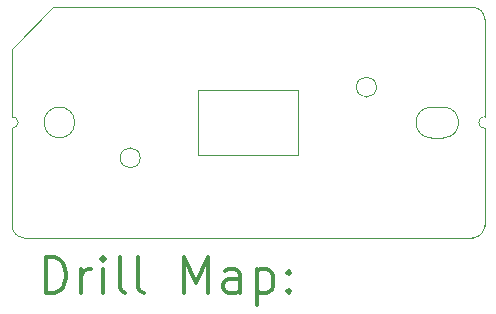
<source format=gbr>
%FSLAX45Y45*%
G04 Gerber Fmt 4.5, Leading zero omitted, Abs format (unit mm)*
G04 Created by KiCad (PCBNEW 5.1.9-73d0e3b20d~88~ubuntu20.04.1) date 2021-02-03 01:27:32*
%MOMM*%
%LPD*%
G01*
G04 APERTURE LIST*
%TA.AperFunction,Profile*%
%ADD10C,0.050000*%
%TD*%
%ADD11C,0.200000*%
%ADD12C,0.300000*%
G04 APERTURE END LIST*
D10*
X14400000Y-7420000D02*
X14400000Y-6960000D01*
X14400000Y-6280000D02*
X14400000Y-5820000D01*
X10400000Y-6910000D02*
X10400000Y-7370000D01*
X10400000Y-7370000D02*
X10400000Y-7490000D01*
X14400000Y-7490000D02*
X14400000Y-7420000D01*
X14400000Y-5820000D02*
X14400000Y-5740000D01*
X10400000Y-6565000D02*
G75*
G02*
X10400000Y-6665000I0J-50000D01*
G01*
X10400000Y-6910000D02*
X10400000Y-6665000D01*
X14400000Y-6665000D02*
G75*
G02*
X14400000Y-6565000I0J50000D01*
G01*
X14400000Y-6960000D02*
X14400000Y-6665000D01*
X11485000Y-6915000D02*
G75*
G03*
X11485000Y-6915000I-85000J0D01*
G01*
X13485000Y-6315000D02*
G75*
G03*
X13485000Y-6315000I-85000J0D01*
G01*
X10930000Y-6615000D02*
G75*
G03*
X10930000Y-6615000I-130000J0D01*
G01*
X13950000Y-6745000D02*
G75*
G02*
X13950000Y-6485000I0J130000D01*
G01*
X14050000Y-6485000D02*
G75*
G02*
X14050000Y-6745000I0J-130000D01*
G01*
X13950000Y-6485000D02*
X14050000Y-6485000D01*
X13950000Y-6745000D02*
X14050000Y-6745000D01*
X10750000Y-5640000D02*
X10400000Y-5990000D01*
X14300000Y-5640000D02*
G75*
G02*
X14400000Y-5740000I0J-100000D01*
G01*
X14400000Y-7490000D02*
G75*
G02*
X14300000Y-7590000I-100000J0D01*
G01*
X14300000Y-5640000D02*
X10750000Y-5640000D01*
X14400000Y-6565000D02*
X14400000Y-6280000D01*
X10500000Y-7590000D02*
G75*
G02*
X10400000Y-7490000I0J100000D01*
G01*
X10500000Y-7590000D02*
X14300000Y-7590000D01*
X10400000Y-6565000D02*
X10400000Y-5990000D01*
X11970000Y-6890000D02*
X12820000Y-6890000D01*
X11970000Y-6340000D02*
X11970000Y-6890000D01*
X12820000Y-6340000D02*
X11970000Y-6340000D01*
X12820000Y-6890000D02*
X12820000Y-6340000D01*
D11*
D12*
X10683928Y-8058214D02*
X10683928Y-7758214D01*
X10755357Y-7758214D01*
X10798214Y-7772500D01*
X10826786Y-7801071D01*
X10841071Y-7829643D01*
X10855357Y-7886786D01*
X10855357Y-7929643D01*
X10841071Y-7986786D01*
X10826786Y-8015357D01*
X10798214Y-8043929D01*
X10755357Y-8058214D01*
X10683928Y-8058214D01*
X10983928Y-8058214D02*
X10983928Y-7858214D01*
X10983928Y-7915357D02*
X10998214Y-7886786D01*
X11012500Y-7872500D01*
X11041071Y-7858214D01*
X11069643Y-7858214D01*
X11169643Y-8058214D02*
X11169643Y-7858214D01*
X11169643Y-7758214D02*
X11155357Y-7772500D01*
X11169643Y-7786786D01*
X11183928Y-7772500D01*
X11169643Y-7758214D01*
X11169643Y-7786786D01*
X11355357Y-8058214D02*
X11326786Y-8043929D01*
X11312500Y-8015357D01*
X11312500Y-7758214D01*
X11512500Y-8058214D02*
X11483928Y-8043929D01*
X11469643Y-8015357D01*
X11469643Y-7758214D01*
X11855357Y-8058214D02*
X11855357Y-7758214D01*
X11955357Y-7972500D01*
X12055357Y-7758214D01*
X12055357Y-8058214D01*
X12326786Y-8058214D02*
X12326786Y-7901071D01*
X12312500Y-7872500D01*
X12283928Y-7858214D01*
X12226786Y-7858214D01*
X12198214Y-7872500D01*
X12326786Y-8043929D02*
X12298214Y-8058214D01*
X12226786Y-8058214D01*
X12198214Y-8043929D01*
X12183928Y-8015357D01*
X12183928Y-7986786D01*
X12198214Y-7958214D01*
X12226786Y-7943929D01*
X12298214Y-7943929D01*
X12326786Y-7929643D01*
X12469643Y-7858214D02*
X12469643Y-8158214D01*
X12469643Y-7872500D02*
X12498214Y-7858214D01*
X12555357Y-7858214D01*
X12583928Y-7872500D01*
X12598214Y-7886786D01*
X12612500Y-7915357D01*
X12612500Y-8001071D01*
X12598214Y-8029643D01*
X12583928Y-8043929D01*
X12555357Y-8058214D01*
X12498214Y-8058214D01*
X12469643Y-8043929D01*
X12741071Y-8029643D02*
X12755357Y-8043929D01*
X12741071Y-8058214D01*
X12726786Y-8043929D01*
X12741071Y-8029643D01*
X12741071Y-8058214D01*
X12741071Y-7872500D02*
X12755357Y-7886786D01*
X12741071Y-7901071D01*
X12726786Y-7886786D01*
X12741071Y-7872500D01*
X12741071Y-7901071D01*
M02*

</source>
